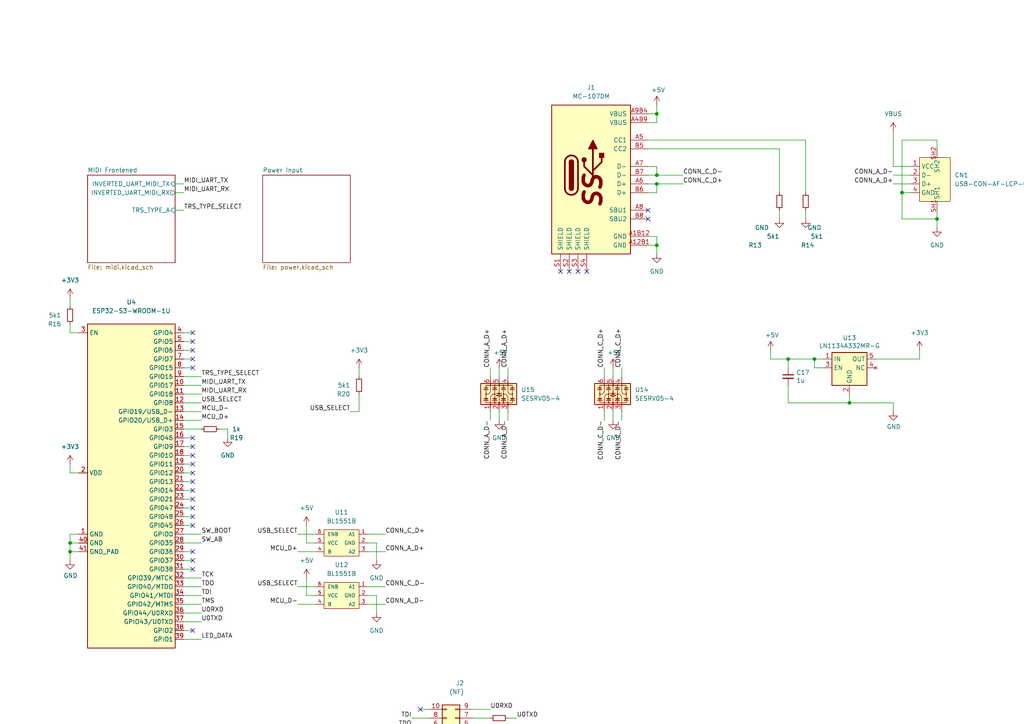
<source format=kicad_sch>
(kicad_sch (version 20211123) (generator eeschema)
  (paper "A4")
  (lib_symbols
    (symbol "Connector_Generic:Conn_02x05_Odd_Even" (pin_names (offset 1.016) hide)
      (property "Reference" "J" (at 1.27 7.62 0))
      (property "Value" "Conn_02x05_Odd_Even" (at 1.27 -7.62 0))
      (symbol "Conn_02x05_Odd_Even_1_1"
        (rectangle (start -1.27 -4.953) (end 0 -5.207) (stroke (width 0.1524)))
        (rectangle (start -1.27 -2.413) (end 0 -2.667) (stroke (width 0.1524)))
        (rectangle (start -1.27 0.127) (end 0 -0.127) (stroke (width 0.1524)))
        (rectangle (start -1.27 2.667) (end 0 2.413) (stroke (width 0.1524)))
        (rectangle (start -1.27 5.207) (end 0 4.953) (stroke (width 0.1524)))
        (rectangle (start -1.27 6.35) (end 3.81 -6.35) (stroke (width 0.254)) (fill (type background)))
        (rectangle (start 3.81 -4.953) (end 2.54 -5.207) (stroke (width 0.1524)))
        (rectangle (start 3.81 -2.413) (end 2.54 -2.667) (stroke (width 0.1524)))
        (rectangle (start 3.81 0.127) (end 2.54 -0.127) (stroke (width 0.1524)))
        (rectangle (start 3.81 2.667) (end 2.54 2.413) (stroke (width 0.1524)))
        (rectangle (start 3.81 5.207) (end 2.54 4.953) (stroke (width 0.1524)))
        (pin passive line (at -5.08 5.08 0) (length 3.81) (name "Pin_1") (number "1"))
        (pin passive line (at 7.62 -5.08 180) (length 3.81) (name "Pin_10") (number "10"))
        (pin passive line (at 7.62 5.08 180) (length 3.81) (name "Pin_2") (number "2"))
        (pin passive line (at -5.08 2.54 0) (length 3.81) (name "Pin_3") (number "3"))
        (pin passive line (at 7.62 2.54 180) (length 3.81) (name "Pin_4") (number "4"))
        (pin passive line (at -5.08 0 0) (length 3.81) (name "Pin_5") (number "5"))
        (pin passive line (at 7.62 0 180) (length 3.81) (name "Pin_6") (number "6"))
        (pin passive line (at -5.08 -2.54 0) (length 3.81) (name "Pin_7") (number "7"))
        (pin passive line (at 7.62 -2.54 180) (length 3.81) (name "Pin_8") (number "8"))
        (pin passive line (at -5.08 -5.08 0) (length 3.81) (name "Pin_9") (number "9"))
      )
    )
    (symbol "power:+3V3" (power) (pin_names (offset 0))
      (property "Value" "+3V3" (at 0 3.556 0))
      (symbol "+3V3_0_1"
        (polyline (pts (xy -0.762 1.27) (xy 0 2.54)))
        (polyline (pts (xy 0 0) (xy 0 2.54)))
        (polyline (pts (xy 0 2.54) (xy 0.762 1.27)))
      )
      (symbol "+3V3_1_1"
        (pin power_in line (at 0 0 90) (length 0) hide (name "+3V3") (number "1"))
      )
    )
    (symbol "power:+5V" (power) (pin_names (offset 0))
      (property "Value" "+5V" (at 0 3.556 0))
      (symbol "+5V_0_1"
        (polyline (pts (xy -0.762 1.27) (xy 0 2.54)))
        (polyline (pts (xy 0 0) (xy 0 2.54)))
        (polyline (pts (xy 0 2.54) (xy 0.762 1.27)))
      )
      (symbol "+5V_1_1"
        (pin power_in line (at 0 0 90) (length 0) hide (name "+5V") (number "1"))
      )
    )
    (symbol "power:GND" (power) (pin_names (offset 0))
      (property "Value" "GND" (at 0 -3.81 0))
      (symbol "GND_0_1"
        (polyline (pts (xy 0 0) (xy 0 -1.27) (xy 1.27 -1.27) (xy 0 -2.54) (xy -1.27 -1.27) (xy 0 -1.27)))
      )
      (symbol "GND_1_1"
        (pin power_in line (at 0 0 270) (length 0) hide (name "GND") (number "1"))
      )
    )
    (symbol "power:VBUS" (power) (pin_names (offset 0))
      (property "Value" "VBUS" (at 0 3.81 0))
      (symbol "VBUS_0_1"
        (polyline (pts (xy -0.762 1.27) (xy 0 2.54)))
        (polyline (pts (xy 0 0) (xy 0 2.54)))
        (polyline (pts (xy 0 2.54) (xy 0.762 1.27)))
      )
      (symbol "VBUS_1_1"
        (pin power_in line (at 0 0 90) (length 0) hide (name "VBUS") (number "1"))
      )
    )
    (symbol "suku_basics:BL1551B" (pin_names (offset 1.016))
      (property "Reference" "U" (at 0 5.08 0))
      (property "Value" "BL1551B" (at 0 -5.08 0))
      (symbol "BL1551B_0_1"
        (rectangle (start -5.08 3.81) (end 5.08 -3.81) (fill (type background)))
      )
      (symbol "BL1551B_1_1"
        (pin bidirectional line (at -7.62 2.54 0) (length 2.54) (name "A1") (number "1"))
        (pin power_in line (at -7.62 0 0) (length 2.54) (name "GND") (number "2"))
        (pin bidirectional line (at -7.62 -2.54 0) (length 2.54) (name "A2") (number "3"))
        (pin bidirectional line (at 7.62 -2.54 180) (length 2.54) (name "B") (number "4"))
        (pin power_in line (at 7.62 0 180) (length 2.54) (name "VCC") (number "5"))
        (pin input line (at 7.62 2.54 180) (length 2.54) (name "ENB") (number "6"))
      )
    )
    (symbol "suku_basics:CAP" (pin_numbers hide) (pin_names (offset 0.254) hide)
      (property "Reference" "C" (at 0.254 1.778 0))
      (property "Value" "CAP" (at 0.254 -2.032 0))
      (symbol "CAP_0_1"
        (polyline (pts (xy -1.524 -0.508) (xy 1.524 -0.508)) (stroke (width 0.3302)))
        (polyline (pts (xy -1.524 0.508) (xy 1.524 0.508)) (stroke (width 0.3048)))
      )
      (symbol "CAP_1_1"
        (pin passive line (at 0 2.54 270) (length 2.032) (name "~") (number "1"))
        (pin passive line (at 0 -2.54 90) (length 2.032) (name "~") (number "2"))
      )
    )
    (symbol "suku_basics:ESP32-S3-WROOM-1U"
      (property "Reference" "U" (at -12.7 44.45 0))
      (property "Value" "ESP32-S3-WROOM-1U" (at 1.27 44.45 0))
      (symbol "ESP32-S3-WROOM-1U_0_1"
        (rectangle (start -12.7 43.18) (end 12.7 -50.8) (stroke (width 0.254)) (fill (type background)))
      )
      (symbol "ESP32-S3-WROOM-1U_1_1"
        (pin power_in line (at -15.24 -17.78 0) (length 2.54) (name "GND") (number "1"))
        (pin bidirectional line (at 15.24 25.4 180) (length 2.54) (name "GPIO17") (number "10"))
        (pin bidirectional line (at 15.24 22.86 180) (length 2.54) (name "GPIO18") (number "11"))
        (pin bidirectional line (at 15.24 20.32 180) (length 2.54) (name "GPIO8") (number "12"))
        (pin bidirectional line (at 15.24 17.78 180) (length 2.54) (name "GPIO19/USB_D-") (number "13"))
        (pin bidirectional line (at 15.24 15.24 180) (length 2.54) (name "GPIO20/USB_D+") (number "14"))
        (pin bidirectional line (at 15.24 12.7 180) (length 2.54) (name "GPIO3") (number "15"))
        (pin bidirectional line (at 15.24 10.16 180) (length 2.54) (name "GPIO46") (number "16"))
        (pin bidirectional line (at 15.24 7.62 180) (length 2.54) (name "GPIO9") (number "17"))
        (pin bidirectional line (at 15.24 5.08 180) (length 2.54) (name "GPIO10") (number "18"))
        (pin bidirectional line (at 15.24 2.54 180) (length 2.54) (name "GPIO11") (number "19"))
        (pin power_in line (at -15.24 0 0) (length 2.54) (name "VDD") (number "2"))
        (pin bidirectional line (at 15.24 0 180) (length 2.54) (name "GPIO12") (number "20"))
        (pin bidirectional line (at 15.24 -2.54 180) (length 2.54) (name "GPIO13") (number "21"))
        (pin bidirectional line (at 15.24 -5.08 180) (length 2.54) (name "GPIO14") (number "22"))
        (pin bidirectional line (at 15.24 -7.62 180) (length 2.54) (name "GPIO21") (number "23"))
        (pin bidirectional line (at 15.24 -10.16 180) (length 2.54) (name "GPIO47") (number "24"))
        (pin bidirectional line (at 15.24 -12.7 180) (length 2.54) (name "GPIO48") (number "25"))
        (pin bidirectional line (at 15.24 -15.24 180) (length 2.54) (name "GPIO45") (number "26"))
        (pin bidirectional line (at 15.24 -17.78 180) (length 2.54) (name "GPIO0") (number "27"))
        (pin bidirectional line (at 15.24 -20.32 180) (length 2.54) (name "GPIO35") (number "28"))
        (pin bidirectional line (at 15.24 -22.86 180) (length 2.54) (name "GPIO36") (number "29"))
        (pin input line (at -15.24 40.64 0) (length 2.54) (name "EN") (number "3"))
        (pin bidirectional line (at 15.24 -25.4 180) (length 2.54) (name "GPIO37") (number "30"))
        (pin bidirectional line (at 15.24 -27.94 180) (length 2.54) (name "GPIO38") (number "31"))
        (pin bidirectional line (at 15.24 -30.48 180) (length 2.54) (name "GPIO39/MTCK") (number "32"))
        (pin bidirectional line (at 15.24 -33.02 180) (length 2.54) (name "GPIO40/MTDO") (number "33"))
        (pin bidirectional line (at 15.24 -35.56 180) (length 2.54) (name "GPIO41/MTDI") (number "34"))
        (pin bidirectional line (at 15.24 -38.1 180) (length 2.54) (name "GPIO42/MTMS") (number "35"))
        (pin bidirectional line (at 15.24 -40.64 180) (length 2.54) (name "GPIO44/U0RXD") (number "36"))
        (pin bidirectional line (at 15.24 -43.18 180) (length 2.54) (name "GPIO43/U0TXD") (number "37"))
        (pin bidirectional line (at 15.24 -45.72 180) (length 2.54) (name "GPIO2") (number "38"))
        (pin bidirectional line (at 15.24 -48.26 180) (length 2.54) (name "GPIO1") (number "39"))
        (pin bidirectional line (at 15.24 40.64 180) (length 2.54) (name "GPIO4") (number "4"))
        (pin power_in line (at -15.24 -20.32 0) (length 2.54) (name "GND") (number "40"))
        (pin power_in line (at -15.24 -22.86 0) (length 2.54) (name "GND_PAD") (number "41"))
        (pin bidirectional line (at 15.24 38.1 180) (length 2.54) (name "GPIO5") (number "5"))
        (pin bidirectional line (at 15.24 35.56 180) (length 2.54) (name "GPIO6") (number "6"))
        (pin bidirectional line (at 15.24 33.02 180) (length 2.54) (name "GPIO7") (number "7"))
        (pin bidirectional line (at 15.24 30.48 180) (length 2.54) (name "GPIO15") (number "8"))
        (pin bidirectional line (at 15.24 27.94 180) (length 2.54) (name "GPIO16") (number "9"))
      )
    )
    (symbol "suku_basics:RES" (pin_numbers hide) (pin_names (offset 0.254) hide)
      (property "Reference" "R" (at 0.762 0.508 0))
      (property "Value" "RES" (at 0.762 -1.016 0))
      (symbol "RES_1_1"
        (rectangle (start -0.762 1.778) (end 0.762 -1.778) (stroke (width 0.2032)))
        (pin passive line (at 0 2.54 270) (length 0.762) (name "~") (number "1"))
        (pin passive line (at 0 -2.54 90) (length 0.762) (name "~") (number "2"))
      )
    )
    (symbol "suku_basics:ST-0-102-C03-N003-RS"
      (property "Reference" "SW?" (at 0 7.62 0))
      (property "Value" "ST-0-102-C03-N003-RS" (at 0 -10.16 0))
      (symbol "ST-0-102-C03-N003-RS_0_1"
        (circle (center -2.54 0) (radius 0.64))
        (polyline (pts (xy -2.54 -5.08) (xy 2.54 -5.08)))
        (polyline (pts (xy -2.54 0) (xy 1.27 2.54)))
        (circle (center 2.54 -2.54) (radius 0.64))
        (circle (center 2.54 2.54) (radius 0.64))
        (pin input line (at 5.08 2.54 180) (length 2.54) (name "1") (number "1"))
        (pin input line (at -5.08 0 0) (length 2.54) (name "2") (number "2"))
        (pin input line (at 5.08 -2.54 180) (length 2.54) (name "3") (number "3"))
        (pin unspecified line (at 5.08 -5.08 180) (length 2.54) (name "4") (number "4"))
        (pin unspecified line (at -5.08 -5.08 0) (length 2.54) (name "5") (number "5"))
      )
    )
    (symbol "suku_basics:TC-1109DE-C-G"
      (property "Reference" "SW?" (at 0 5.08 0))
      (property "Value" "TC-1109DE-C-G" (at 0 -7.62 0))
      (symbol "TC-1109DE-C-G_0_1"
        (circle (center -2.54 0) (radius 0.51))
        (polyline (pts (xy -5.08 0) (xy -3.05 0)))
        (polyline (pts (xy -2.54 0.51) (xy 2.54 2.03)))
        (polyline (pts (xy -1.02 -3.3) (xy 1.02 -3.3)))
        (polyline (pts (xy -0.76 -3.81) (xy 0.76 -3.81)))
        (polyline (pts (xy -0.51 -4.32) (xy 0.51 -4.32)))
        (polyline (pts (xy -0.25 -4.83) (xy 0.25 -4.83)))
        (polyline (pts (xy 3.05 0) (xy 5.08 0)))
        (polyline (pts (xy 5.08 -2.54) (xy 0 -2.54) (xy 0 -3.3)))
        (circle (center 2.54 0) (radius 0.51))
        (pin unspecified line (at -7.62 0 0) (length 2.54) (name "1") (number "1"))
        (pin unspecified line (at 7.62 0 180) (length 2.54) (name "2") (number "2"))
        (pin unspecified line (at 7.62 -2.54 180) (length 2.54) (name "3") (number "3"))
      )
    )
    (symbol "suku_basics:UI_WS2812C-2020" (pin_names (offset 0.254))
      (property "Reference" "D" (at 5.08 5.715 0))
      (property "Value" "UI_WS2812C-2020" (at 1.27 -5.715 0))
      (symbol "UI_WS2812C-2020_0_0"
        (text "RGB" (at 2.286 -4.191 0) (effects (font (size 0.762 0.762))))
      )
      (symbol "UI_WS2812C-2020_0_1"
        (polyline (pts (xy 1.27 -3.556) (xy 1.778 -3.556)))
        (polyline (pts (xy 1.27 -2.54) (xy 1.778 -2.54)))
        (polyline (pts (xy 4.699 -3.556) (xy 2.667 -3.556)))
        (polyline (pts (xy 2.286 -2.54) (xy 1.27 -3.556) (xy 1.27 -3.048)))
        (polyline (pts (xy 2.286 -1.524) (xy 1.27 -2.54) (xy 1.27 -2.032)))
        (polyline (pts (xy 3.683 -1.016) (xy 3.683 -3.556) (xy 3.683 -4.064)))
        (polyline (pts (xy 4.699 -1.524) (xy 2.667 -1.524) (xy 3.683 -3.556) (xy 4.699 -1.524)))
        (rectangle (start 5.08 5.08) (end -5.08 -5.08) (stroke (width 0.254)) (fill (type background)))
      )
      (symbol "UI_WS2812C-2020_1_1"
        (pin output line (at 7.62 0 180) (length 2.54) (name "DOUT") (number "1"))
        (pin power_in line (at 0 -7.62 90) (length 2.54) (name "VSS") (number "2"))
        (pin input line (at -7.62 0 0) (length 2.54) (name "DIN") (number "3"))
        (pin power_in line (at 0 7.62 270) (length 2.54) (name "VDD") (number "4"))
      )
    )
    (symbol "suku_basics:USB-CON-AF-LCP-Offset"
      (property "Reference" "CN?" (at 0 15.24 0))
      (property "Value" "USB-CON-AF-LCP-Offset" (at 0 -12.7 0))
      (symbol "USB-CON-AF-LCP-Offset_0_1"
        (rectangle (start -6.35 7.62) (end 2.54 -5.08) (fill (type background)))
        (pin input line (at 5.08 5.08 180) (length 2.54) (name "VCC") (number "1"))
        (pin input line (at 5.08 2.54 180) (length 2.54) (name "D-") (number "2"))
        (pin input line (at 5.08 0 180) (length 2.54) (name "D+") (number "3"))
        (pin input line (at 5.08 -2.54 180) (length 2.54) (name "GND") (number "4"))
        (pin unspecified line (at -2.54 -7.62 90) (length 2.54) (name "SH1") (number "SH1"))
        (pin unspecified line (at -2.54 10.16 270) (length 2.54) (name "SH2") (number "SH2"))
      )
    )
    (symbol "suku_basics:USB_C_TYPE-C-32-M-12" (pin_names (offset 1.016))
      (property "Reference" "J" (at -10.16 44.45 0))
      (property "Value" "USB_C_TYPE-C-32-M-12" (at 10.16 44.45 0))
      (symbol "USB_C_TYPE-C-32-M-12_0_0"
        (text "SS" (at -0.762 -4.445 900) (effects (font (size 5.08 5.08) bold italic)))
      )
      (symbol "USB_C_TYPE-C-32-M-12_0_1"
        (rectangle (start -12.7 20.32) (end 10.16 -22.86) (stroke (width 0.254)) (fill (type background)))
        (arc (start -8.89 -3.81) (mid -6.985 -5.715) (end -5.08 -3.81) (stroke (width 0.508)))
        (arc (start -7.62 -3.81) (mid -6.985 -4.445) (end -6.35 -3.81) (stroke (width 0.254)))
        (arc (start -7.62 -3.81) (mid -6.985 -4.445) (end -6.35 -3.81) (stroke (width 0.254)) (fill (type outline)))
        (rectangle (start -7.62 -3.81) (end -6.35 3.81) (stroke (width 0.254)) (fill (type outline)))
        (arc (start -6.35 3.81) (mid -6.985 4.445) (end -7.62 3.81) (stroke (width 0.254)))
        (arc (start -6.35 3.81) (mid -6.985 4.445) (end -7.62 3.81) (stroke (width 0.254)) (fill (type outline)))
        (arc (start -5.08 3.81) (mid -6.985 5.715) (end -8.89 3.81) (stroke (width 0.508)))
        (circle (center -3.302 4.445) (radius 0.635) (stroke (width 0.254)) (fill (type outline)))
        (polyline (pts (xy -8.89 -3.81) (xy -8.89 3.81)) (stroke (width 0.508)))
        (polyline (pts (xy -5.08 3.81) (xy -5.08 -3.81)) (stroke (width 0.508)))
        (polyline (pts (xy -0.762 -1.27) (xy -0.762 7.62)) (stroke (width 0.508)))
        (polyline (pts (xy -0.762 0) (xy -3.302 2.54) (xy -3.302 3.81)) (stroke (width 0.508)))
        (polyline (pts (xy -0.762 1.27) (xy 1.778 3.81) (xy 1.778 5.08)) (stroke (width 0.508)))
        (polyline (pts (xy -2.032 7.62) (xy -0.762 10.16) (xy 0.508 7.62) (xy -2.032 7.62)) (stroke (width 0.254)) (fill (type outline)))
        (rectangle (start 1.143 5.08) (end 2.413 6.35) (stroke (width 0.254)) (fill (type outline)))
      )
      (symbol "USB_C_TYPE-C-32-M-12_1_1"
        (pin power_in line (at 15.24 -20.32 180) (length 5.08) (name "GND") (number "A12B1"))
        (pin power_in line (at 15.24 -17.78 180) (length 5.08) (name "GND") (number "A1B12"))
        (pin power_in line (at 15.24 15.24 180) (length 5.08) (name "VBUS") (number "A4B9"))
        (pin bidirectional line (at 15.24 10.16 180) (length 5.08) (name "CC1") (number "A5"))
        (pin bidirectional line (at 15.24 -2.54 180) (length 5.08) (name "D+") (number "A6"))
        (pin bidirectional line (at 15.24 2.54 180) (length 5.08) (name "D-") (number "A7"))
        (pin bidirectional line (at 15.24 -10.16 180) (length 5.08) (name "SBU1") (number "A8"))
        (pin power_in line (at 15.24 17.78 180) (length 5.08) (name "VBUS") (number "A9B4"))
        (pin bidirectional line (at 15.24 7.62 180) (length 5.08) (name "CC2") (number "B5"))
        (pin bidirectional line (at 15.24 -5.08 180) (length 5.08) (name "D+") (number "B6"))
        (pin bidirectional line (at 15.24 0 180) (length 5.08) (name "D-") (number "B7"))
        (pin bidirectional line (at 15.24 -12.7 180) (length 5.08) (name "SBU2") (number "B8"))
        (pin passive line (at -10.16 -27.94 90) (length 5.08) (name "SHIELD") (number "S1"))
        (pin passive line (at -7.62 -27.94 90) (length 5.08) (name "SHIELD") (number "S2"))
        (pin passive line (at -5.08 -27.94 90) (length 5.08) (name "SHIELD") (number "S3"))
        (pin passive line (at -2.54 -27.94 90) (length 5.08) (name "SHIELD") (number "S4"))
      )
    )
    (symbol "suku_basics:U_ESD_4ch"
      (property "Reference" "U" (at -6.985 -2.54 0))
      (property "Value" "U_ESD_4ch" (at 6.35 1.27 90))
      (symbol "U_ESD_4ch_0_1"
        (rectangle (start -5.334 3.048) (end 5.08 -3.048) (stroke (width 0.254)) (fill (type background)))
        (circle (center -3.81 0) (radius 0.127))
        (circle (center -3.81 0) (radius 0.127))
        (circle (center -1.27 -2.54) (radius 0.127))
        (circle (center -1.27 -2.54) (radius 0.127))
        (circle (center -1.27 0) (radius 0.127))
        (circle (center -1.27 0) (radius 0.127))
        (circle (center -1.27 2.54) (radius 0.127))
        (circle (center -1.27 2.54) (radius 0.127))
        (circle (center 0 -2.54) (radius 0.127))
        (circle (center 0 -2.54) (radius 0.127))
        (polyline (pts (xy -4.445 -1.27) (xy -3.175 -1.27)))
        (polyline (pts (xy -4.445 -1.27) (xy -3.175 -1.27)))
        (polyline (pts (xy -4.445 1.905) (xy -3.175 1.905)))
        (polyline (pts (xy -3.81 -2.54) (xy -3.81 -0.635)))
        (polyline (pts (xy -3.81 -2.54) (xy 3.81 -2.54)))
        (polyline (pts (xy -3.81 -0.635) (xy -3.81 0.635)))
        (polyline (pts (xy -3.81 0.635) (xy -3.81 2.54)))
        (polyline (pts (xy -3.81 2.54) (xy 3.81 2.54)))
        (polyline (pts (xy -3.81 2.54) (xy 3.81 2.54)))
        (polyline (pts (xy -1.905 -1.27) (xy -0.635 -1.27)))
        (polyline (pts (xy -1.905 -1.27) (xy -0.635 -1.27)))
        (polyline (pts (xy -1.905 1.905) (xy -0.635 1.905)))
        (polyline (pts (xy -1.27 -2.54) (xy -1.27 -0.635)))
        (polyline (pts (xy -1.27 -2.54) (xy -1.27 -0.635)))
        (polyline (pts (xy -1.27 0.635) (xy -1.27 -0.635)))
        (polyline (pts (xy -1.27 0.635) (xy -1.27 2.54)))
        (polyline (pts (xy 0 -0.889) (xy 0 -3.81)))
        (polyline (pts (xy 0 -0.889) (xy 0 1.016)))
        (polyline (pts (xy 0 -0.889) (xy 0 1.016)))
        (polyline (pts (xy 0 1.016) (xy 0 3.81)))
        (polyline (pts (xy 0.635 -1.27) (xy 1.905 -1.27)))
        (polyline (pts (xy 0.635 -1.27) (xy 1.905 -1.27)))
        (polyline (pts (xy 0.635 1.905) (xy 1.905 1.905)))
        (polyline (pts (xy 1.27 -2.54) (xy 1.27 -0.635)))
        (polyline (pts (xy 1.27 -2.54) (xy 1.27 -0.635)))
        (polyline (pts (xy 1.27 0.635) (xy 1.27 -0.635)))
        (polyline (pts (xy 1.27 0.635) (xy 1.27 2.54)))
        (polyline (pts (xy 3.175 -1.27) (xy 4.445 -1.27)))
        (polyline (pts (xy 3.175 -1.27) (xy 4.445 -1.27)))
        (polyline (pts (xy 3.175 1.905) (xy 4.445 1.905)))
        (polyline (pts (xy 3.81 -2.54) (xy 3.81 -0.635)))
        (polyline (pts (xy 3.81 0.635) (xy 3.81 -0.635)))
        (polyline (pts (xy 3.81 0.635) (xy 3.81 2.54)))
        (polyline (pts (xy 0.762 0.254) (xy -0.762 0.254) (xy -0.762 0)))
        (polyline (pts (xy -4.445 -1.905) (xy -3.175 -1.905) (xy -3.81 -1.27) (xy -4.445 -1.905)))
        (polyline (pts (xy -4.445 1.27) (xy -3.175 1.27) (xy -3.81 1.905) (xy -4.445 1.27)))
        (polyline (pts (xy -2.54 -3.81) (xy -2.54 -0.762) (xy -1.905 0) (xy -1.27 0)))
        (polyline (pts (xy -2.54 3.81) (xy -2.54 0.635) (xy -3.048 0) (xy -3.937 0)))
        (polyline (pts (xy -1.905 -1.905) (xy -0.635 -1.905) (xy -1.27 -1.27) (xy -1.905 -1.905)))
        (polyline (pts (xy -1.905 1.27) (xy -0.635 1.27) (xy -1.27 1.905) (xy -1.905 1.27)))
        (polyline (pts (xy -0.762 -0.508) (xy 0.762 -0.508) (xy 0 0.254) (xy -0.762 -0.508)))
        (polyline (pts (xy -0.762 -0.508) (xy 0.762 -0.508) (xy 0 0.254) (xy -0.762 -0.508)))
        (polyline (pts (xy 0.635 -1.905) (xy 1.905 -1.905) (xy 1.27 -1.27) (xy 0.635 -1.905)))
        (polyline (pts (xy 0.635 1.27) (xy 1.905 1.27) (xy 1.27 1.905) (xy 0.635 1.27)))
        (polyline (pts (xy 2.54 -3.81) (xy 2.54 -0.762) (xy 1.905 0) (xy 1.143 0)))
        (polyline (pts (xy 2.54 3.81) (xy 2.54 0.508) (xy 2.921 0) (xy 3.81 0)))
        (polyline (pts (xy 3.175 -1.905) (xy 4.445 -1.905) (xy 3.81 -1.27) (xy 3.175 -1.905)))
        (polyline (pts (xy 3.175 1.27) (xy 4.445 1.27) (xy 3.81 1.905) (xy 3.175 1.27)))
        (circle (center 0 2.54) (radius 0.127))
        (circle (center 0 2.54) (radius 0.127))
        (circle (center 1.27 -2.54) (radius 0.127))
        (circle (center 1.27 -2.54) (radius 0.127))
        (circle (center 1.27 0) (radius 0.127))
        (circle (center 1.27 0) (radius 0.127))
        (circle (center 1.27 2.54) (radius 0.127))
        (circle (center 1.27 2.54) (radius 0.127))
        (circle (center 3.81 0) (radius 0.127))
        (circle (center 3.81 0) (radius 0.127))
      )
      (symbol "U_ESD_4ch_1_1"
        (pin passive line (at -2.54 -5.08 90) (length 2.54) (name "~") (number "1"))
        (pin passive line (at 0 -5.08 90) (length 2.54) (name "~") (number "2"))
        (pin passive line (at 2.54 -5.08 90) (length 2.54) (name "~") (number "3"))
        (pin passive line (at 2.54 5.08 270) (length 2.54) (name "~") (number "4"))
        (pin passive line (at 0 5.08 270) (length 2.54) (name "~") (number "5"))
        (pin passive line (at -2.54 5.08 270) (length 2.54) (name "~") (number "6"))
      )
    )
    (symbol "suku_basics:U_REGULATOR_SOT23-5"
      (property "Reference" "U" (at -3.81 5.715 0))
      (property "Value" "U_REGULATOR_SOT23-5" (at 0 5.715 0))
      (symbol "U_REGULATOR_SOT23-5_0_1"
        (rectangle (start -5.08 4.445) (end 5.08 -5.08) (stroke (width 0.254)) (fill (type background)))
      )
      (symbol "U_REGULATOR_SOT23-5_1_1"
        (pin power_in line (at -7.62 2.54 0) (length 2.54) (name "IN") (number "1"))
        (pin power_in line (at 0 -7.62 90) (length 2.54) (name "GND") (number "2"))
        (pin input line (at -7.62 0 0) (length 2.54) (name "EN") (number "3"))
        (pin no_connect line (at 7.62 0 180) (length 2.54) (name "NC") (number "4"))
        (pin power_out line (at 7.62 2.54 180) (length 2.54) (name "OUT") (number "5"))
      )
    )
  )
  (junction (at 190.5 53.34))
  (junction (at 20.32 160.02))
  (junction (at 261.62 55.88))
  (junction (at 236.22 104.14))
  (junction (at 93.98 256.54))
  (junction (at 63.5 223.52))
  (junction (at 33.02 220.98))
  (junction (at 190.5 50.8))
  (junction (at 246.38 116.84))
  (junction (at 33.02 256.54))
  (junction (at 271.78 63.5))
  (junction (at 190.5 33.02))
  (junction (at 190.5 71.12))
  (junction (at 20.32 157.48))
  (junction (at 228.6 104.14))
  (junction (at 139.7 213.36))
  (no_connect (at 187.96 63.5))
  (no_connect (at 162.56 78.74))
  (no_connect (at 167.64 78.74))
  (no_connect (at 48.26 261.62))
  (no_connect (at 58.42 261.62))
  (no_connect (at 55.88 142.24))
  (no_connect (at 55.88 139.7))
  (no_connect (at 55.88 134.62))
  (no_connect (at 55.88 132.08))
  (no_connect (at 55.88 129.54))
  (no_connect (at 55.88 127))
  (no_connect (at 55.88 144.78))
  (no_connect (at 55.88 147.32))
  (no_connect (at 55.88 137.16))
  (no_connect (at 55.88 152.4))
  (no_connect (at 55.88 149.86))
  (no_connect (at 55.88 162.56))
  (no_connect (at 55.88 160.02))
  (no_connect (at 55.88 165.1))
  (no_connect (at 55.88 182.88))
  (no_connect (at 55.88 99.06))
  (no_connect (at 55.88 96.52))
  (no_connect (at 55.88 101.6))
  (no_connect (at 55.88 104.14))
  (no_connect (at 55.88 106.68))
  (no_connect (at 162.56 256.54))
  (no_connect (at 170.18 78.74))
  (no_connect (at 165.1 78.74))
  (no_connect (at 121.92 205.74))
  (no_connect (at 187.96 60.96))
  (wire (pts (xy 106.68 172.72) (xy 109.22 172.72)))
  (wire (pts (xy 53.34 99.06) (xy 55.88 99.06)))
  (wire (pts (xy 127 264.16) (xy 127 266.7)))
  (wire (pts (xy 27.94 220.98) (xy 33.02 220.98)))
  (wire (pts (xy 53.34 144.78) (xy 55.88 144.78)))
  (wire (pts (xy 187.96 43.18) (xy 226.06 43.18)))
  (wire (pts (xy 53.34 104.14) (xy 55.88 104.14)))
  (wire (pts (xy 134.62 256.54) (xy 139.7 256.54)))
  (wire (pts (xy 88.9 152.4) (xy 88.9 157.48)))
  (wire (pts (xy 261.62 55.88) (xy 261.62 63.5)))
  (wire (pts (xy 246.38 114.3) (xy 246.38 116.84)))
  (wire (pts (xy 228.6 104.14) (xy 228.6 106.68)))
  (wire (pts (xy 144.78 119.38) (xy 144.78 121.92)))
  (wire (pts (xy 20.32 162.56) (xy 20.32 160.02)))
  (wire (pts (xy 124.46 215.9) (xy 119.38 215.9)))
  (wire (pts (xy 40.64 220.98) (xy 45.72 220.98)))
  (wire (pts (xy 60.96 223.52) (xy 63.5 223.52)))
  (wire (pts (xy 190.5 53.34) (xy 198.12 53.34)))
  (wire (pts (xy 50.8 60.96) (xy 53.34 60.96)))
  (wire (pts (xy 93.98 256.54) (xy 99.06 256.54)))
  (wire (pts (xy 139.7 213.36) (xy 139.7 218.44)))
  (wire (pts (xy 187.96 71.12) (xy 190.5 71.12)))
  (wire (pts (xy 63.5 254) (xy 63.5 251.46)))
  (wire (pts (xy 101.6 119.38) (xy 104.14 119.38)))
  (wire (pts (xy 20.32 160.02) (xy 20.32 157.48)))
  (wire (pts (xy 20.32 86.36) (xy 20.32 88.9)))
  (wire (pts (xy 53.34 185.42) (xy 58.42 185.42)))
  (wire (pts (xy 271.78 43.18) (xy 271.78 40.64)))
  (wire (pts (xy 53.34 134.62) (xy 55.88 134.62)))
  (wire (pts (xy 187.96 40.64) (xy 233.68 40.64)))
  (wire (pts (xy 20.32 157.48) (xy 22.86 157.48)))
  (wire (pts (xy 114.3 256.54) (xy 119.38 256.54)))
  (wire (pts (xy 53.34 152.4) (xy 55.88 152.4)))
  (wire (pts (xy 187.96 53.34) (xy 190.5 53.34)))
  (wire (pts (xy 53.34 177.8) (xy 58.42 177.8)))
  (wire (pts (xy 187.96 33.02) (xy 190.5 33.02)))
  (wire (pts (xy 63.5 261.62) (xy 63.5 259.08)))
  (wire (pts (xy 137.16 213.36) (xy 139.7 213.36)))
  (wire (pts (xy 33.02 264.16) (xy 33.02 266.7)))
  (wire (pts (xy 147.32 119.38) (xy 147.32 121.92)))
  (wire (pts (xy 20.32 160.02) (xy 22.86 160.02)))
  (wire (pts (xy 53.34 147.32) (xy 55.88 147.32)))
  (wire (pts (xy 236.22 106.68) (xy 236.22 104.14)))
  (wire (pts (xy 91.44 175.26) (xy 86.36 175.26)))
  (wire (pts (xy 259.08 50.8) (xy 264.16 50.8)))
  (wire (pts (xy 233.68 40.64) (xy 233.68 55.88)))
  (wire (pts (xy 53.34 157.48) (xy 58.42 157.48)))
  (wire (pts (xy 53.34 162.56) (xy 55.88 162.56)))
  (wire (pts (xy 142.24 119.38) (xy 142.24 121.92)))
  (wire (pts (xy 177.8 119.38) (xy 177.8 121.92)))
  (wire (pts (xy 106.68 246.38) (xy 106.68 248.92)))
  (wire (pts (xy 53.34 116.84) (xy 58.42 116.84)))
  (wire (pts (xy 175.26 119.38) (xy 175.26 121.92)))
  (wire (pts (xy 226.06 43.18) (xy 226.06 55.88)))
  (wire (pts (xy 53.34 137.16) (xy 55.88 137.16)))
  (wire (pts (xy 137.16 205.74) (xy 142.24 205.74)))
  (wire (pts (xy 20.32 154.94) (xy 22.86 154.94)))
  (wire (pts (xy 35.56 220.98) (xy 33.02 220.98)))
  (wire (pts (xy 104.14 106.68) (xy 104.14 109.22)))
  (wire (pts (xy 175.26 106.68) (xy 175.26 109.22)))
  (wire (pts (xy 53.34 121.92) (xy 58.42 121.92)))
  (wire (pts (xy 254 104.14) (xy 266.7 104.14)))
  (wire (pts (xy 104.14 119.38) (xy 104.14 114.3)))
  (wire (pts (xy 53.34 96.52) (xy 55.88 96.52)))
  (wire (pts (xy 91.44 170.18) (xy 86.36 170.18)))
  (wire (pts (xy 53.34 154.94) (xy 58.42 154.94)))
  (wire (pts (xy 261.62 40.64) (xy 261.62 55.88)))
  (wire (pts (xy 127 246.38) (xy 127 248.92)))
  (wire (pts (xy 50.8 53.34) (xy 53.34 53.34)))
  (wire (pts (xy 40.64 256.54) (xy 48.26 256.54)))
  (wire (pts (xy 139.7 213.36) (xy 139.7 210.82)))
  (wire (pts (xy 83.82 256.54) (xy 86.36 256.54)))
  (wire (pts (xy 238.76 106.68) (xy 236.22 106.68)))
  (wire (pts (xy 88.9 167.64) (xy 88.9 172.72)))
  (wire (pts (xy 53.34 165.1) (xy 55.88 165.1)))
  (wire (pts (xy 124.46 210.82) (xy 119.38 210.82)))
  (wire (pts (xy 190.5 33.02) (xy 190.5 30.48)))
  (wire (pts (xy 53.34 175.26) (xy 58.42 175.26)))
  (wire (pts (xy 228.6 104.14) (xy 223.52 104.14)))
  (wire (pts (xy 261.62 55.88) (xy 264.16 55.88)))
  (wire (pts (xy 271.78 40.64) (xy 261.62 40.64)))
  (wire (pts (xy 259.08 53.34) (xy 264.16 53.34)))
  (wire (pts (xy 111.76 160.02) (xy 106.68 160.02)))
  (wire (pts (xy 53.34 149.86) (xy 55.88 149.86)))
  (wire (pts (xy 63.5 223.52) (xy 63.5 220.98)))
  (wire (pts (xy 137.16 215.9) (xy 142.24 215.9)))
  (wire (pts (xy 111.76 154.94) (xy 106.68 154.94)))
  (wire (pts (xy 246.38 116.84) (xy 259.08 116.84)))
  (wire (pts (xy 139.7 210.82) (xy 137.16 210.82)))
  (wire (pts (xy 66.04 124.46) (xy 63.5 124.46)))
  (wire (pts (xy 63.5 220.98) (xy 60.96 220.98)))
  (wire (pts (xy 119.38 208.28) (xy 124.46 208.28)))
  (wire (pts (xy 33.02 256.54) (xy 33.02 259.08)))
  (wire (pts (xy 147.32 264.16) (xy 147.32 266.7)))
  (wire (pts (xy 53.34 142.24) (xy 55.88 142.24)))
  (wire (pts (xy 223.52 101.6) (xy 223.52 104.14)))
  (wire (pts (xy 261.62 63.5) (xy 271.78 63.5)))
  (wire (pts (xy 190.5 71.12) (xy 190.5 73.66)))
  (wire (pts (xy 53.34 127) (xy 55.88 127)))
  (wire (pts (xy 264.16 48.26) (xy 259.08 48.26)))
  (wire (pts (xy 271.78 63.5) (xy 271.78 66.04)))
  (wire (pts (xy 271.78 60.96) (xy 271.78 63.5)))
  (wire (pts (xy 111.76 170.18) (xy 106.68 170.18)))
  (wire (pts (xy 177.8 106.68) (xy 177.8 109.22)))
  (wire (pts (xy 53.34 101.6) (xy 55.88 101.6)))
  (wire (pts (xy 91.44 160.02) (xy 86.36 160.02)))
  (wire (pts (xy 53.34 139.7) (xy 55.88 139.7)))
  (wire (pts (xy 53.34 106.68) (xy 55.88 106.68)))
  (wire (pts (xy 144.78 106.68) (xy 144.78 109.22)))
  (wire (pts (xy 154.94 256.54) (xy 162.56 256.54)))
  (wire (pts (xy 233.68 63.5) (xy 233.68 60.96)))
  (wire (pts (xy 53.34 182.88) (xy 55.88 182.88)))
  (wire (pts (xy 147.32 208.28) (xy 149.86 208.28)))
  (wire (pts (xy 137.16 208.28) (xy 142.24 208.28)))
  (wire (pts (xy 20.32 96.52) (xy 20.32 93.98)))
  (wire (pts (xy 190.5 50.8) (xy 198.12 50.8)))
  (wire (pts (xy 190.5 55.88) (xy 190.5 53.34)))
  (wire (pts (xy 35.56 256.54) (xy 33.02 256.54)))
  (wire (pts (xy 121.92 205.74) (xy 124.46 205.74)))
  (wire (pts (xy 180.34 106.68) (xy 180.34 109.22)))
  (wire (pts (xy 187.96 50.8) (xy 190.5 50.8)))
  (wire (pts (xy 53.34 167.64) (xy 58.42 167.64)))
  (wire (pts (xy 63.5 226.06) (xy 63.5 223.52)))
  (wire (pts (xy 91.44 154.94) (xy 86.36 154.94)))
  (wire (pts (xy 142.24 106.68) (xy 142.24 109.22)))
  (wire (pts (xy 20.32 157.48) (xy 20.32 154.94)))
  (wire (pts (xy 109.22 172.72) (xy 109.22 177.8)))
  (wire (pts (xy 20.32 134.62) (xy 20.32 137.16)))
  (wire (pts (xy 187.96 35.56) (xy 190.5 35.56)))
  (wire (pts (xy 187.96 48.26) (xy 190.5 48.26)))
  (wire (pts (xy 22.86 96.52) (xy 20.32 96.52)))
  (wire (pts (xy 53.34 109.22) (xy 58.42 109.22)))
  (wire (pts (xy 93.98 254) (xy 93.98 256.54)))
  (wire (pts (xy 180.34 119.38) (xy 180.34 121.92)))
  (wire (pts (xy 226.06 63.5) (xy 226.06 60.96)))
  (wire (pts (xy 53.34 129.54) (xy 55.88 129.54)))
  (wire (pts (xy 66.04 127) (xy 66.04 124.46)))
  (wire (pts (xy 58.42 254) (xy 63.5 254)))
  (wire (pts (xy 190.5 68.58) (xy 190.5 71.12)))
  (wire (pts (xy 20.32 137.16) (xy 22.86 137.16)))
  (wire (pts (xy 228.6 116.84) (xy 246.38 116.84)))
  (wire (pts (xy 53.34 111.76) (xy 58.42 111.76)))
  (wire (pts (xy 91.44 172.72) (xy 88.9 172.72)))
  (wire (pts (xy 33.02 220.98) (xy 33.02 223.52)))
  (wire (pts (xy 228.6 116.84) (xy 228.6 111.76)))
  (wire (pts (xy 111.76 175.26) (xy 106.68 175.26)))
  (wire (pts (xy 53.34 172.72) (xy 58.42 172.72)))
  (wire (pts (xy 187.96 68.58) (xy 190.5 68.58)))
  (wire (pts (xy 106.68 157.48) (xy 109.22 157.48)))
  (wire (pts (xy 53.34 170.18) (xy 58.42 170.18)))
  (wire (pts (xy 63.5 259.08) (xy 58.42 259.08)))
  (wire (pts (xy 266.7 101.6) (xy 266.7 104.14)))
  (wire (pts (xy 53.34 119.38) (xy 58.42 119.38)))
  (wire (pts (xy 147.32 246.38) (xy 147.32 248.92)))
  (wire (pts (xy 119.38 213.36) (xy 124.46 213.36)))
  (wire (pts (xy 190.5 35.56) (xy 190.5 33.02)))
  (wire (pts (xy 106.68 264.16) (xy 106.68 266.7)))
  (wire (pts (xy 91.44 256.54) (xy 93.98 256.54)))
  (wire (pts (xy 91.44 157.48) (xy 88.9 157.48)))
  (wire (pts (xy 259.08 119.38) (xy 259.08 116.84)))
  (wire (pts (xy 53.34 180.34) (xy 58.42 180.34)))
  (wire (pts (xy 93.98 246.38) (xy 93.98 248.92)))
  (wire (pts (xy 109.22 157.48) (xy 109.22 162.56)))
  (wire (pts (xy 236.22 104.14) (xy 228.6 104.14)))
  (wire (pts (xy 147.32 106.68) (xy 147.32 109.22)))
  (wire (pts (xy 53.34 114.3) (xy 58.42 114.3)))
  (wire (pts (xy 33.02 228.6) (xy 33.02 231.14)))
  (wire (pts (xy 53.34 132.08) (xy 55.88 132.08)))
  (wire (pts (xy 53.34 160.02) (xy 55.88 160.02)))
  (wire (pts (xy 190.5 48.26) (xy 190.5 50.8)))
  (wire (pts (xy 236.22 104.14) (xy 238.76 104.14)))
  (wire (pts (xy 187.96 55.88) (xy 190.5 55.88)))
  (wire (pts (xy 259.08 38.1) (xy 259.08 48.26)))
  (wire (pts (xy 50.8 55.88) (xy 53.34 55.88)))
  (wire (pts (xy 27.94 256.54) (xy 33.02 256.54)))
  (wire (pts (xy 53.34 124.46) (xy 58.42 124.46)))
  (label "MCU_D-" (at 58.42 119.38 0))
  (label "LED_DATA" (at 83.82 256.54 180))
  (label "CONN_A_D-" (at 259.08 50.8 180))
  (label "TDO" (at 58.42 170.18 0))
  (label "MIDI_UART_TX" (at 53.34 53.34 0))
  (label "USB_SELECT" (at 86.36 170.18 180))
  (label "SW_BOOT" (at 27.94 220.98 180))
  (label "TDO" (at 119.38 210.82 180))
  (label "U0RXD" (at 58.42 177.8 0))
  (label "CONN_C_D-" (at 198.12 50.8 0))
  (label "MCU_D-" (at 86.36 175.26 180))
  (label "TRS_TYPE_SELECT" (at 53.34 60.96 0))
  (label "SW_BOOT" (at 58.42 154.94 0))
  (label "TRS_TYPE_SELECT" (at 58.42 109.22 0))
  (label "USB_SELECT" (at 58.42 116.84 0))
  (label "U0TXD" (at 58.42 180.34 0))
  (label "USB_SELECT" (at 86.36 154.94 180))
  (label "TCK" (at 119.38 213.36 180))
  (label "TCK" (at 58.42 167.64 0))
  (label "TMS" (at 119.38 215.9 180))
  (label "CONN_A_D+" (at 147.32 106.68 90))
  (label "TMS" (at 58.42 175.26 0))
  (label "U0RXD" (at 142.24 205.74 0))
  (label "CONN_A_D-" (at 147.32 121.8594 270))
  (label "CONN_A_D-" (at 142.24 121.92 270))
  (label "MCU_D+" (at 58.42 121.92 0))
  (label "U0TXD" (at 149.86 208.28 0))
  (label "MIDI_UART_RX" (at 53.34 55.88 0))
  (label "CONN_C_D+" (at 180.34 106.68 90))
  (label "CONN_A_D+" (at 142.24 106.68 90))
  (label "CONN_C_D+" (at 175.26 106.68 90))
  (label "MIDI_UART_RX" (at 58.42 114.3 0))
  (label "CONN_A_D+" (at 259.08 53.34 180))
  (label "CONN_A_D-" (at 111.76 175.26 0))
  (label "MIDI_UART_TX" (at 58.42 111.76 0))
  (label "SW_AB" (at 27.94 256.54 180))
  (label "TDI" (at 58.42 172.72 0))
  (label "CONN_C_D-" (at 175.26 121.92 270))
  (label "LED_DATA" (at 58.42 185.42 0))
  (label "CONN_C_D-" (at 111.76 170.18 0))
  (label "CONN_C_D+" (at 198.12 53.34 0))
  (label "TDI" (at 119.38 208.28 180))
  (label "USB_SELECT" (at 101.6 119.38 180))
  (label "SW_AB" (at 58.42 157.48 0))
  (label "CONN_C_D-" (at 180.34 121.92 270))
  (label "CONN_A_D+" (at 111.76 160.02 0))
  (label "MCU_D+" (at 86.36 160.02 180))
  (label "CONN_C_D+" (at 111.76 154.94 0))
  (symbol (lib_id "power:+5V") (at 93.98 246.38 0) (unit 1)
    (property "Reference" "#PWR0104" (effects hide))
    (property "Value" "+5V" (at 93.98 241.3 0))
  )
  (symbol (lib_id "suku_basics:RES") (at 144.78 208.28 90) (unit 1)
    (property "Reference" "R18" (at 142.24 210.82 90))
    (property "Value" "1k" (at 147.32 210.82 90))
    (property "Footprint" "suku_basics:RES_0805" (effects hide))
  )
  (symbol (lib_id "suku_basics:RES") (at 93.98 251.46 180) (unit 1)
    (property "Reference" "R12" (at 96.52 250.1899 0) (effects (justify right)))
    (property "Value" "5k1" (at 96.52 252.7299 0) (effects (justify right)))
    (property "Footprint" "suku_basics:RES_0805" (effects hide))
  )
  (symbol (lib_id "power:GND") (at 144.78 121.92 0) (unit 1)
    (property "Reference" "#PWR0164" (effects hide))
    (property "Value" "GND" (at 144.78 127 0))
  )
  (symbol (lib_id "power:GND") (at 63.5 226.06 0) (unit 1)
    (property "Reference" "#PWR0139" (effects hide))
    (property "Value" "GND" (at 63.5 231.14 0))
  )
  (symbol (lib_id "suku_basics:ESP32-S3-WROOM-1U") (at 38.1 137.16 0) (unit 1)
    (property "Reference" "U4" (at 38.1 87.63 0))
    (property "Value" "ESP32-S3-WROOM-1U" (at 38.1 90.17 0))
    (property "Footprint" "suku_basics:ESP32-S3-WROOM-1U" (effects hide))
    (property "Datasheet" "https://www.espressif.com/sites/default/files/documentation/esp32-wroom-32d_esp32-wroom-32u_datasheet_en.pdf" (effects hide))
  )
  (symbol (lib_id "suku_basics:RES") (at 38.1 220.98 90) (unit 1)
    (property "Reference" "R9" (at 38.1 214.63 90))
    (property "Value" "1k" (at 38.1 217.17 90))
    (property "Footprint" "suku_basics:RES_0805" (effects hide))
  )
  (symbol (lib_id "power:+5V") (at 147.32 246.38 0) (unit 1)
    (property "Reference" "#PWR0110" (effects hide))
    (property "Value" "+5V" (at 147.32 241.3 0))
  )
  (symbol (lib_id "power:GND") (at 109.22 162.56 0) (mirror y) (unit 1)
    (property "Reference" "#PWR0138" (effects hide))
    (property "Value" "GND" (at 109.22 167.64 0))
  )
  (symbol (lib_id "suku_basics:UI_WS2812C-2020") (at 147.32 256.54 0) (unit 1)
    (property "Reference" "D10" (at 152.4 248.92 0))
    (property "Value" "UI_WS2812C-2020" (effects hide))
    (property "Footprint" "suku_basics:UI_WS2812C-2020_LIGHTPIPE" (effects hide))
  )
  (symbol (lib_id "suku_basics:RES") (at 88.9 256.54 90) (unit 1)
    (property "Reference" "R11" (at 88.9 250.19 90))
    (property "Value" "1k" (at 88.9 252.73 90))
    (property "Footprint" "suku_basics:RES_0805" (effects hide))
  )
  (symbol (lib_id "power:+5V") (at 223.52 101.6 0) (unit 1)
    (property "Reference" "#PWR0146" (effects hide))
    (property "Value" "+5V" (at 223.901 97.2058 0))
  )
  (symbol (lib_id "power:+3V3") (at 266.7 101.6 0) (unit 1)
    (property "Reference" "#PWR0145" (effects hide))
    (property "Value" "+3V3" (at 266.7 96.52 0))
  )
  (symbol (lib_id "suku_basics:UI_WS2812C-2020") (at 127 256.54 0) (unit 1)
    (property "Reference" "D9" (at 132.08 248.92 0))
    (property "Value" "UI_WS2812C-2020" (effects hide))
    (property "Footprint" "suku_basics:UI_WS2812C-2020_LIGHTPIPE" (effects hide))
  )
  (symbol (lib_id "power:GND") (at 106.68 266.7 0) (unit 1)
    (property "Reference" "#PWR0103" (effects hide))
    (property "Value" "GND" (at 106.68 271.78 0))
  )
  (symbol (lib_id "suku_basics:UI_WS2812C-2020") (at 106.68 256.54 0) (unit 1)
    (property "Reference" "D8" (at 111.76 248.92 0))
    (property "Value" "UI_WS2812C-2020" (effects hide))
    (property "Footprint" "suku_basics:UI_WS2812C-2020_LIGHTPIPE" (effects hide))
  )
  (symbol (lib_id "power:+5V") (at 190.5 30.48 0) (unit 1)
    (property "Reference" "#PWR0129" (effects hide))
    (property "Value" "+5V" (at 190.881 26.0858 0))
  )
  (symbol (lib_id "power:GND") (at 109.22 177.8 0) (mirror y) (unit 1)
    (property "Reference" "#PWR0137" (effects hide))
    (property "Value" "GND" (at 109.22 182.88 0))
  )
  (symbol (lib_id "power:+3V3") (at 142.24 215.9 270) (unit 1)
    (property "Reference" "#PWR0134" (effects hide))
    (property "Value" "+3V3" (at 146.05 215.8999 90) (effects (justify left)))
  )
  (symbol (lib_id "power:+5V") (at 88.9 167.64 0) (mirror y) (unit 1)
    (property "Reference" "#PWR0136" (effects hide))
    (property "Value" "+5V" (at 88.9 162.56 0))
  )
  (symbol (lib_id "power:+5V") (at 106.68 246.38 0) (unit 1)
    (property "Reference" "#PWR0102" (effects hide))
    (property "Value" "+5V" (at 106.68 241.3 0))
  )
  (symbol (lib_id "power:GND") (at 147.32 266.7 0) (unit 1)
    (property "Reference" "#PWR0111" (effects hide))
    (property "Value" "GND" (at 147.32 271.78 0))
  )
  (symbol (lib_id "suku_basics:BL1551B") (at 99.06 172.72 0) (mirror y) (unit 1)
    (property "Reference" "U12" (at 99.06 163.83 0))
    (property "Value" "BL1551B" (at 99.06 166.37 0))
    (property "Footprint" "suku_basics:SOT-363_SC-70-6" (effects hide))
    (property "Datasheet" "https://datasheet.lcsc.com/lcsc/2201121900_BL-Shanghai-Belling-BL1551B_C2944066.pdf" (effects hide))
  )
  (symbol (lib_id "suku_basics:BL1551B") (at 99.06 157.48 0) (mirror y) (unit 1)
    (property "Reference" "U11" (at 99.06 148.59 0))
    (property "Value" "BL1551B" (at 99.06 151.13 0))
    (property "Footprint" "suku_basics:SOT-363_SC-70-6" (effects hide))
    (property "Datasheet" "https://datasheet.lcsc.com/lcsc/2201121900_BL-Shanghai-Belling-BL1551B_C2944066.pdf" (effects hide))
  )
  (symbol (lib_id "suku_basics:RES") (at 104.14 111.76 0) (mirror y) (unit 1)
    (property "Reference" "R20" (at 101.6 114.3 0) (effects (justify left)))
    (property "Value" "5k1" (at 101.6 111.76 0) (effects (justify left)))
    (property "Footprint" "suku_basics:RES_0805" (effects hide))
  )
  (symbol (lib_id "power:+3V3") (at 20.32 86.36 0) (unit 1)
    (property "Reference" "#PWR0153" (effects hide))
    (property "Value" "+3V3" (at 20.32 81.28 0))
  )
  (symbol (lib_id "power:GND") (at 259.08 119.38 0) (unit 1)
    (property "Reference" "#PWR0144" (effects hide))
    (property "Value" "GND" (at 259.207 123.7742 0))
  )
  (symbol (lib_id "suku_basics:ST-0-102-C03-N003-RS") (at 53.34 256.54 0) (unit 1)
    (property "Reference" "SW1" (at 53.34 247.65 0))
    (property "Value" "ST-0-102-C03-N003-RS" (effects hide))
    (property "Footprint" "suku_basics:SW-TH_ST-0-102-C03-N003-RS" (effects hide))
    (property "Manufacturer" "YUEN FUNG(源丰)" (effects hide))
    (property "LCSC Part" "C1788489" (effects hide))
    (property "JLC Part" "Extended Part" (effects hide))
  )
  (symbol (lib_id "power:GND") (at 233.68 63.5 0) (mirror y) (unit 1)
    (property "Reference" "#PWR0101" (effects hide))
    (property "Value" "GND" (at 236.22 66.04 0))
  )
  (symbol (lib_id "power:+3V3") (at 63.5 251.46 0) (unit 1)
    (property "Reference" "#PWR0142" (effects hide))
    (property "Value" "+3V3" (at 63.5 246.38 0))
  )
  (symbol (lib_id "suku_basics:CAP") (at 228.6 109.22 0) (unit 1)
    (property "Reference" "C17" (at 230.9368 108.0516 0) (effects (justify left)))
    (property "Value" "1u" (at 230.9368 110.363 0) (effects (justify left)))
    (property "Footprint" "suku_basics:CAP_0805" (effects hide))
  )
  (symbol (lib_id "power:GND") (at 271.78 66.04 0) (unit 1)
    (property "Reference" "#PWR0133" (effects hide))
    (property "Value" "GND" (at 271.78 71.12 0))
  )
  (symbol (lib_id "power:VBUS") (at 259.08 38.1 0) (unit 1)
    (property "Reference" "#PWR0122" (effects hide))
    (property "Value" "VBUS" (at 259.08 33.02 0))
  )
  (symbol (lib_id "suku_basics:U_REGULATOR_SOT23-5") (at 246.38 106.68 0) (unit 1)
    (property "Reference" "U13" (at 246.38 97.9932 0))
    (property "Value" "LN1134A332MR-G" (at 246.38 100.3046 0))
    (property "Footprint" "suku_basics:SOT-23-5" (effects hide))
    (property "Datasheet" "http://www.ti.com/lit/ds/symlink/tlv712.pdf" (effects hide))
  )
  (symbol (lib_id "power:GND") (at 127 266.7 0) (unit 1)
    (property "Reference" "#PWR0108" (effects hide))
    (property "Value" "GND" (at 127 271.78 0))
  )
  (symbol (lib_id "suku_basics:USB_C_TYPE-C-32-M-12") (at 172.72 50.8 0) (unit 1)
    (property "Reference" "J1" (at 171.45 25.4 0))
    (property "Value" "MC-107DM" (at 171.45 27.94 0))
    (property "Footprint" "suku_basics:USB_C_Korean_Hroparts_TYPE-C-31-M-12" (effects hide))
  )
  (symbol (lib_id "suku_basics:CAP") (at 33.02 226.06 0) (unit 1)
    (property "Reference" "C15" (at 35.56 224.7962 0) (effects (justify left)))
    (property "Value" "100n" (at 35.56 227.3362 0) (effects (justify left)))
    (property "Footprint" "suku_basics:CAP_0805" (effects hide))
  )
  (symbol (lib_id "suku_basics:RES") (at 60.96 124.46 90) (unit 1)
    (property "Reference" "R19" (at 68.58 127 90))
    (property "Value" "1k" (at 68.58 124.46 90))
    (property "Footprint" "suku_basics:RES_0805" (effects hide))
  )
  (symbol (lib_id "power:GND") (at 33.02 231.14 0) (unit 1)
    (property "Reference" "#PWR0140" (effects hide))
    (property "Value" "GND" (at 33.02 236.22 0))
  )
  (symbol (lib_id "suku_basics:RES") (at 226.06 58.42 0) (mirror y) (unit 1)
    (property "Reference" "R13" (at 220.98 71.12 0) (effects (justify left)))
    (property "Value" "5k1" (at 226.06 68.58 0) (effects (justify left)))
    (property "Footprint" "suku_basics:RES_0805" (effects hide))
  )
  (symbol (lib_id "power:GND") (at 190.5 73.66 0) (unit 1)
    (property "Reference" "#PWR0112" (effects hide))
    (property "Value" "GND" (at 190.5 78.74 0))
  )
  (symbol (lib_id "Connector_Generic:Conn_02x05_Odd_Even") (at 132.08 210.82 180) (unit 1)
    (property "Reference" "J2" (at 134.62 198.12 0) (effects (justify left)))
    (property "Value" "(NF)" (at 134.62 200.66 0) (effects (justify left)))
    (property "Footprint" "Connector_PinHeader_1.27mm:PinHeader_2x05_P1.27mm_Vertical" (effects hide))
  )
  (symbol (lib_id "power:GND") (at 20.32 162.56 0) (unit 1)
    (property "Reference" "#PWR0152" (effects hide))
    (property "Value" "GND" (at 20.447 166.9542 0))
  )
  (symbol (lib_id "power:+5V") (at 144.78 106.68 0) (unit 1)
    (property "Reference" "#PWR0163" (effects hide))
    (property "Value" "+5V" (at 145.161 102.2858 0))
  )
  (symbol (lib_id "power:GND") (at 63.5 261.62 0) (unit 1)
    (property "Reference" "#PWR0143" (effects hide))
    (property "Value" "GND" (at 63.5 266.7 0))
  )
  (symbol (lib_id "power:+5V") (at 177.8 106.68 0) (unit 1)
    (property "Reference" "#PWR0161" (effects hide))
    (property "Value" "+5V" (at 178.181 102.2858 0))
  )
  (symbol (lib_id "power:+5V") (at 88.9 152.4 0) (mirror y) (unit 1)
    (property "Reference" "#PWR0135" (effects hide))
    (property "Value" "+5V" (at 88.9 147.32 0))
  )
  (symbol (lib_id "suku_basics:RES") (at 20.32 91.44 0) (mirror y) (unit 1)
    (property "Reference" "R16" (at 17.78 93.98 0) (effects (justify left)))
    (property "Value" "5k1" (at 17.78 91.44 0) (effects (justify left)))
    (property "Footprint" "suku_basics:RES_0805" (effects hide))
  )
  (symbol (lib_id "suku_basics:U_ESD_4ch") (at 144.78 114.3 0) (unit 1)
    (property "Reference" "U15" (at 151.13 113.0299 0) (effects (justify left)))
    (property "Value" "SESRV05-4" (at 151.13 115.5699 0) (effects (justify left)))
    (property "Footprint" "suku_basics:SOT-23-6" (effects hide))
    (property "Datasheet" "http://www.onsemi.com/pub_link/Collateral/NUP4202W1-D.PDF" (effects hide))
  )
  (symbol (lib_id "suku_basics:TC-1109DE-C-G") (at 53.34 220.98 0) (unit 1)
    (property "Reference" "SW2" (at 53.34 213.36 0))
    (property "Value" "TC-1109DE-C-G" (at 53.34 215.9 0))
    (property "Footprint" "suku_basics:SW-TH_3P-L4.5-W7.0-P3.00-LS1.9" (effects hide))
    (property "Datasheet" "https://lcsc.com/product-detail/Tactile-Switches_XKB-Enterprise-TC-1109DE-C-G_C400325.html" (effects hide))
    (property "Manufacturer" "XKB Enterprise" (effects hide))
    (property "LCSC Part" "C400325" (effects hide))
    (property "JLC Part" "Extended Part" (effects hide))
  )
  (symbol (lib_id "suku_basics:U_ESD_4ch") (at 177.8 114.3 0) (unit 1)
    (property "Reference" "U14" (at 184.15 113.0299 0) (effects (justify left)))
    (property "Value" "SESRV05-4" (at 184.15 115.5699 0) (effects (justify left)))
    (property "Footprint" "suku_basics:SOT-23-6" (effects hide))
    (property "Datasheet" "http://www.onsemi.com/pub_link/Collateral/NUP4202W1-D.PDF" (effects hide))
  )
  (symbol (lib_id "power:GND") (at 226.06 63.5 0) (mirror y) (unit 1)
    (property "Reference" "#PWR0121" (effects hide))
    (property "Value" "GND" (at 220.98 66.04 0))
  )
  (symbol (lib_id "suku_basics:USB-CON-AF-LCP-Offset") (at 269.24 53.34 0) (mirror y) (unit 1)
    (property "Reference" "CN1" (at 276.86 50.7999 0) (effects (justify right)))
    (property "Value" "USB-CON-AF-LCP-Offset" (at 276.86 53.3399 0) (effects (justify right)))
    (property "Footprint" "suku_basics:USB-A-SMD_AF-LCP-OFFSET" (effects hide))
    (property "Datasheet" "https://lcsc.com/product-detail/USB-Connectors_A-F-LCPVinyl-pitch17MM-High-temperature_C42620.html" (effects hide))
    (property "Manufacturer" "ValuePro" (effects hide))
    (property "LCSC Part" "C42620" (effects hide))
  )
  (symbol (lib_id "suku_basics:CAP") (at 33.02 261.62 0) (unit 1)
    (property "Reference" "C16" (at 35.56 260.3562 0) (effects (justify left)))
    (property "Value" "100n" (at 35.56 262.8962 0) (effects (justify left)))
    (property "Footprint" "suku_basics:CAP_0805" (effects hide))
  )
  (symbol (lib_id "power:GND") (at 177.8 121.92 0) (unit 1)
    (property "Reference" "#PWR0162" (effects hide))
    (property "Value" "GND" (at 177.8 127 0))
  )
  (symbol (lib_id "power:GND") (at 33.02 266.7 0) (unit 1)
    (property "Reference" "#PWR0141" (effects hide))
    (property "Value" "GND" (at 33.02 271.78 0))
  )
  (symbol (lib_id "power:+3V3") (at 104.14 106.68 0) (unit 1)
    (property "Reference" "#PWR0155" (effects hide))
    (property "Value" "+3V3" (at 104.14 101.6 0))
  )
  (symbol (lib_id "power:GND") (at 139.7 218.44 0) (unit 1)
    (property "Reference" "#PWR0113" (effects hide))
    (property "Value" "GND" (at 139.827 222.8342 0))
  )
  (symbol (lib_id "power:+3V3") (at 20.32 134.62 0) (unit 1)
    (property "Reference" "#PWR0151" (effects hide))
    (property "Value" "+3V3" (at 20.32 129.54 0))
  )
  (symbol (lib_id "power:GND") (at 66.04 127 0) (mirror y) (unit 1)
    (property "Reference" "#PWR0154" (effects hide))
    (property "Value" "GND" (at 66.04 132.08 0))
  )
  (symbol (lib_id "suku_basics:RES") (at 38.1 256.54 90) (unit 1)
    (property "Reference" "R10" (at 38.1 250.19 90))
    (property "Value" "1k" (at 38.1 252.73 90))
    (property "Footprint" "suku_basics:RES_0805" (effects hide))
  )
  (symbol (lib_id "power:+5V") (at 127 246.38 0) (unit 1)
    (property "Reference" "#PWR0109" (effects hide))
    (property "Value" "+5V" (at 127 241.3 0))
  )
  (symbol (lib_id "suku_basics:RES") (at 233.68 58.42 0) (mirror y) (unit 1)
    (property "Reference" "R14" (at 236.22 71.12 0) (effects (justify left)))
    (property "Value" "5k1" (at 238.76 68.58 0) (effects (justify left)))
    (property "Footprint" "suku_basics:RES_0805" (effects hide))
  )
  (sheet (at 76.2 50.8) (size 25.4 25.4) (stroke (width 0.1524))
    (property "Sheet name" "Power Input" (at 76.2 50.0884 0) (effects (justify left bottom)))
    (property "Sheet file" "power.kicad_sch" (at 76.2 76.7846 0) (effects (justify left top)))
  )
  (sheet (at 25.4 50.8) (size 25.4 25.4) (stroke (width 0.1524))
    (property "Sheet name" "MIDI Frontened" (at 25.4 50.0884 0) (effects (justify left bottom)))
    (property "Sheet file" "midi.kicad_sch" (at 25.4 76.7846 0) (effects (justify left top)))
    (pin "INVERTED_UART_MIDI_RX" output (at 50.8 55.88 0))
    (pin "TRS_TYPE_A" input (at 50.8 60.96 0))
    (pin "INVERTED_UART_MIDI_TX" input (at 50.8 53.34 0))
  )
)
</source>
